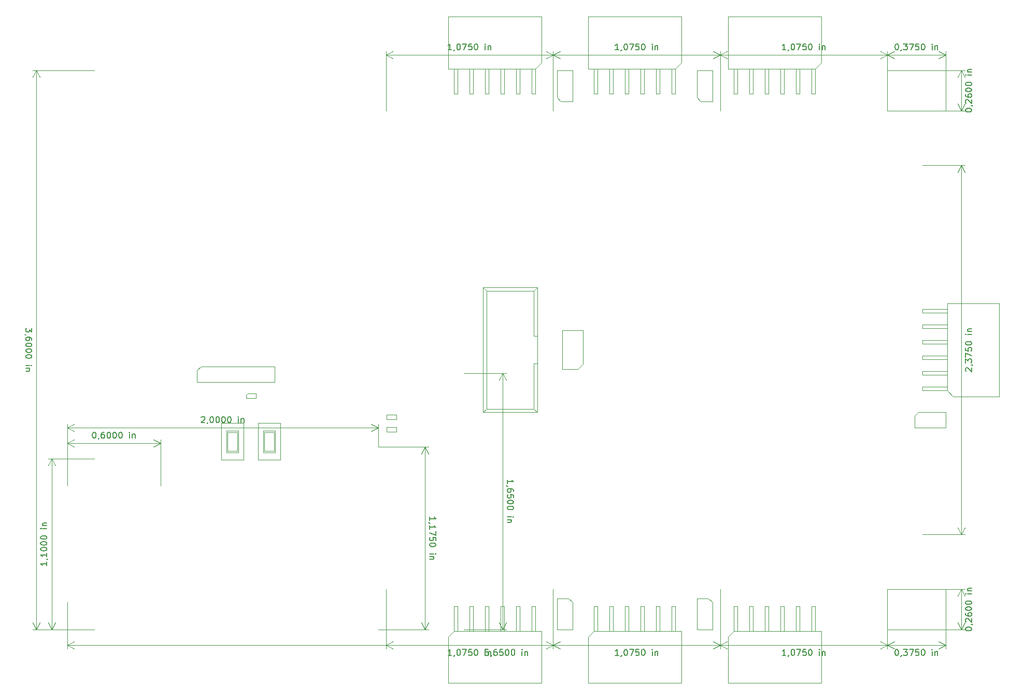
<source format=gbr>
%TF.GenerationSoftware,KiCad,Pcbnew,(5.99.0-2360-g1790c536e)*%
%TF.CreationDate,2020-08-29T16:18:38+02:00*%
%TF.ProjectId,chubby hat,63687562-6279-4206-9861-742e6b696361,rev?*%
%TF.SameCoordinates,Original*%
%TF.FileFunction,AssemblyDrawing,Top*%
%FSLAX46Y46*%
G04 Gerber Fmt 4.6, Leading zero omitted, Abs format (unit mm)*
G04 Created by KiCad (PCBNEW (5.99.0-2360-g1790c536e)) date 2020-08-29 16:18:38*
%MOMM*%
%LPD*%
G01*
G04 APERTURE LIST*
%ADD10C,0.150000*%
%ADD11C,0.100000*%
G04 APERTURE END LIST*
D10*
X198917619Y-103116428D02*
X198917619Y-102545000D01*
X198917619Y-102830714D02*
X199917619Y-102830714D01*
X199774761Y-102735476D01*
X199679523Y-102640238D01*
X199631904Y-102545000D01*
X198965238Y-103592619D02*
X198917619Y-103592619D01*
X198822380Y-103545000D01*
X198774761Y-103497380D01*
X199917619Y-104449761D02*
X199917619Y-104259285D01*
X199870000Y-104164047D01*
X199822380Y-104116428D01*
X199679523Y-104021190D01*
X199489047Y-103973571D01*
X199108095Y-103973571D01*
X199012857Y-104021190D01*
X198965238Y-104068809D01*
X198917619Y-104164047D01*
X198917619Y-104354523D01*
X198965238Y-104449761D01*
X199012857Y-104497380D01*
X199108095Y-104545000D01*
X199346190Y-104545000D01*
X199441428Y-104497380D01*
X199489047Y-104449761D01*
X199536666Y-104354523D01*
X199536666Y-104164047D01*
X199489047Y-104068809D01*
X199441428Y-104021190D01*
X199346190Y-103973571D01*
X199917619Y-105449761D02*
X199917619Y-104973571D01*
X199441428Y-104925952D01*
X199489047Y-104973571D01*
X199536666Y-105068809D01*
X199536666Y-105306904D01*
X199489047Y-105402142D01*
X199441428Y-105449761D01*
X199346190Y-105497380D01*
X199108095Y-105497380D01*
X199012857Y-105449761D01*
X198965238Y-105402142D01*
X198917619Y-105306904D01*
X198917619Y-105068809D01*
X198965238Y-104973571D01*
X199012857Y-104925952D01*
X199917619Y-106116428D02*
X199917619Y-106211666D01*
X199870000Y-106306904D01*
X199822380Y-106354523D01*
X199727142Y-106402142D01*
X199536666Y-106449761D01*
X199298571Y-106449761D01*
X199108095Y-106402142D01*
X199012857Y-106354523D01*
X198965238Y-106306904D01*
X198917619Y-106211666D01*
X198917619Y-106116428D01*
X198965238Y-106021190D01*
X199012857Y-105973571D01*
X199108095Y-105925952D01*
X199298571Y-105878333D01*
X199536666Y-105878333D01*
X199727142Y-105925952D01*
X199822380Y-105973571D01*
X199870000Y-106021190D01*
X199917619Y-106116428D01*
X199917619Y-107068809D02*
X199917619Y-107164047D01*
X199870000Y-107259285D01*
X199822380Y-107306904D01*
X199727142Y-107354523D01*
X199536666Y-107402142D01*
X199298571Y-107402142D01*
X199108095Y-107354523D01*
X199012857Y-107306904D01*
X198965238Y-107259285D01*
X198917619Y-107164047D01*
X198917619Y-107068809D01*
X198965238Y-106973571D01*
X199012857Y-106925952D01*
X199108095Y-106878333D01*
X199298571Y-106830714D01*
X199536666Y-106830714D01*
X199727142Y-106878333D01*
X199822380Y-106925952D01*
X199870000Y-106973571D01*
X199917619Y-107068809D01*
X198917619Y-108592619D02*
X199584285Y-108592619D01*
X199917619Y-108592619D02*
X199870000Y-108545000D01*
X199822380Y-108592619D01*
X199870000Y-108640238D01*
X199917619Y-108592619D01*
X199822380Y-108592619D01*
X199584285Y-109068809D02*
X198917619Y-109068809D01*
X199489047Y-109068809D02*
X199536666Y-109116428D01*
X199584285Y-109211666D01*
X199584285Y-109354523D01*
X199536666Y-109449761D01*
X199441428Y-109497380D01*
X198917619Y-109497380D01*
D11*
X198120000Y-85090000D02*
X198120000Y-127000000D01*
X191770000Y-85090000D02*
X198706421Y-85090000D01*
X191770000Y-127000000D02*
X198706421Y-127000000D01*
X198120000Y-127000000D02*
X197533579Y-125873496D01*
X198120000Y-127000000D02*
X198706421Y-125873496D01*
X198120000Y-85090000D02*
X197533579Y-86216504D01*
X198120000Y-85090000D02*
X198706421Y-86216504D01*
D10*
X148900000Y-92277620D02*
X148947619Y-92230001D01*
X149042857Y-92182381D01*
X149280952Y-92182381D01*
X149376190Y-92230001D01*
X149423809Y-92277620D01*
X149471428Y-92372858D01*
X149471428Y-92468096D01*
X149423809Y-92610953D01*
X148852380Y-93182381D01*
X149471428Y-93182381D01*
X149947619Y-93134762D02*
X149947619Y-93182381D01*
X149900000Y-93277620D01*
X149852380Y-93325239D01*
X150566666Y-92182381D02*
X150661904Y-92182381D01*
X150757142Y-92230001D01*
X150804761Y-92277620D01*
X150852380Y-92372858D01*
X150900000Y-92563334D01*
X150900000Y-92801429D01*
X150852380Y-92991905D01*
X150804761Y-93087143D01*
X150757142Y-93134762D01*
X150661904Y-93182381D01*
X150566666Y-93182381D01*
X150471428Y-93134762D01*
X150423809Y-93087143D01*
X150376190Y-92991905D01*
X150328571Y-92801429D01*
X150328571Y-92563334D01*
X150376190Y-92372858D01*
X150423809Y-92277620D01*
X150471428Y-92230001D01*
X150566666Y-92182381D01*
X151519047Y-92182381D02*
X151614285Y-92182381D01*
X151709523Y-92230001D01*
X151757142Y-92277620D01*
X151804761Y-92372858D01*
X151852380Y-92563334D01*
X151852380Y-92801429D01*
X151804761Y-92991905D01*
X151757142Y-93087143D01*
X151709523Y-93134762D01*
X151614285Y-93182381D01*
X151519047Y-93182381D01*
X151423809Y-93134762D01*
X151376190Y-93087143D01*
X151328571Y-92991905D01*
X151280952Y-92801429D01*
X151280952Y-92563334D01*
X151328571Y-92372858D01*
X151376190Y-92277620D01*
X151423809Y-92230001D01*
X151519047Y-92182381D01*
X152471428Y-92182381D02*
X152566666Y-92182381D01*
X152661904Y-92230001D01*
X152709523Y-92277620D01*
X152757142Y-92372858D01*
X152804761Y-92563334D01*
X152804761Y-92801429D01*
X152757142Y-92991905D01*
X152709523Y-93087143D01*
X152661904Y-93134762D01*
X152566666Y-93182381D01*
X152471428Y-93182381D01*
X152376190Y-93134762D01*
X152328571Y-93087143D01*
X152280952Y-92991905D01*
X152233333Y-92801429D01*
X152233333Y-92563334D01*
X152280952Y-92372858D01*
X152328571Y-92277620D01*
X152376190Y-92230001D01*
X152471428Y-92182381D01*
X153423809Y-92182381D02*
X153519047Y-92182381D01*
X153614285Y-92230001D01*
X153661904Y-92277620D01*
X153709523Y-92372858D01*
X153757142Y-92563334D01*
X153757142Y-92801429D01*
X153709523Y-92991905D01*
X153661904Y-93087143D01*
X153614285Y-93134762D01*
X153519047Y-93182381D01*
X153423809Y-93182381D01*
X153328571Y-93134762D01*
X153280952Y-93087143D01*
X153233333Y-92991905D01*
X153185714Y-92801429D01*
X153185714Y-92563334D01*
X153233333Y-92372858D01*
X153280952Y-92277620D01*
X153328571Y-92230001D01*
X153423809Y-92182381D01*
X154947619Y-93182381D02*
X154947619Y-92515715D01*
X154947619Y-92182381D02*
X154900000Y-92230001D01*
X154947619Y-92277620D01*
X154995238Y-92230001D01*
X154947619Y-92182381D01*
X154947619Y-92277620D01*
X155423809Y-92515715D02*
X155423809Y-93182381D01*
X155423809Y-92610953D02*
X155471428Y-92563334D01*
X155566666Y-92515715D01*
X155709523Y-92515715D01*
X155804761Y-92563334D01*
X155852380Y-92658572D01*
X155852380Y-93182381D01*
D11*
X177800000Y-93980001D02*
X127000000Y-93980001D01*
X177800000Y-97155000D02*
X177800000Y-93393580D01*
X127000000Y-97155000D02*
X127000000Y-93393580D01*
X127000000Y-93980001D02*
X128126504Y-93393580D01*
X127000000Y-93980001D02*
X128126504Y-94566422D01*
X177800000Y-93980001D02*
X176673496Y-93393580D01*
X177800000Y-93980001D02*
X176673496Y-94566422D01*
D10*
X186217619Y-109148928D02*
X186217619Y-108577500D01*
X186217619Y-108863214D02*
X187217619Y-108863214D01*
X187074761Y-108767976D01*
X186979523Y-108672738D01*
X186931904Y-108577500D01*
X186265238Y-109625119D02*
X186217619Y-109625119D01*
X186122380Y-109577500D01*
X186074761Y-109529880D01*
X186217619Y-110577500D02*
X186217619Y-110006071D01*
X186217619Y-110291785D02*
X187217619Y-110291785D01*
X187074761Y-110196547D01*
X186979523Y-110101309D01*
X186931904Y-110006071D01*
X187217619Y-110910833D02*
X187217619Y-111577500D01*
X186217619Y-111148928D01*
X187217619Y-112434642D02*
X187217619Y-111958452D01*
X186741428Y-111910833D01*
X186789047Y-111958452D01*
X186836666Y-112053690D01*
X186836666Y-112291785D01*
X186789047Y-112387023D01*
X186741428Y-112434642D01*
X186646190Y-112482261D01*
X186408095Y-112482261D01*
X186312857Y-112434642D01*
X186265238Y-112387023D01*
X186217619Y-112291785D01*
X186217619Y-112053690D01*
X186265238Y-111958452D01*
X186312857Y-111910833D01*
X187217619Y-113101309D02*
X187217619Y-113196547D01*
X187170000Y-113291785D01*
X187122380Y-113339404D01*
X187027142Y-113387023D01*
X186836666Y-113434642D01*
X186598571Y-113434642D01*
X186408095Y-113387023D01*
X186312857Y-113339404D01*
X186265238Y-113291785D01*
X186217619Y-113196547D01*
X186217619Y-113101309D01*
X186265238Y-113006071D01*
X186312857Y-112958452D01*
X186408095Y-112910833D01*
X186598571Y-112863214D01*
X186836666Y-112863214D01*
X187027142Y-112910833D01*
X187122380Y-112958452D01*
X187170000Y-113006071D01*
X187217619Y-113101309D01*
X186217619Y-114625119D02*
X186884285Y-114625119D01*
X187217619Y-114625119D02*
X187170000Y-114577500D01*
X187122380Y-114625119D01*
X187170000Y-114672738D01*
X187217619Y-114625119D01*
X187122380Y-114625119D01*
X186884285Y-115101309D02*
X186217619Y-115101309D01*
X186789047Y-115101309D02*
X186836666Y-115148928D01*
X186884285Y-115244166D01*
X186884285Y-115387023D01*
X186836666Y-115482261D01*
X186741428Y-115529880D01*
X186217619Y-115529880D01*
D11*
X185420000Y-97155000D02*
X185420000Y-127000000D01*
X177800000Y-97155000D02*
X186006421Y-97155000D01*
X177800000Y-127000000D02*
X186006421Y-127000000D01*
X185420000Y-127000000D02*
X184833579Y-125873496D01*
X185420000Y-127000000D02*
X186006421Y-125873496D01*
X185420000Y-97155000D02*
X184833579Y-98281504D01*
X185420000Y-97155000D02*
X186006421Y-98281504D01*
D10*
X273847619Y-84780000D02*
X273800000Y-84732380D01*
X273752380Y-84637142D01*
X273752380Y-84399047D01*
X273800000Y-84303809D01*
X273847619Y-84256190D01*
X273942857Y-84208571D01*
X274038095Y-84208571D01*
X274180952Y-84256190D01*
X274752380Y-84827619D01*
X274752380Y-84208571D01*
X274704761Y-83732380D02*
X274752380Y-83732380D01*
X274847619Y-83780000D01*
X274895238Y-83827619D01*
X273752380Y-83399047D02*
X273752380Y-82780000D01*
X274133333Y-83113333D01*
X274133333Y-82970476D01*
X274180952Y-82875238D01*
X274228571Y-82827619D01*
X274323809Y-82780000D01*
X274561904Y-82780000D01*
X274657142Y-82827619D01*
X274704761Y-82875238D01*
X274752380Y-82970476D01*
X274752380Y-83256190D01*
X274704761Y-83351428D01*
X274657142Y-83399047D01*
X273752380Y-82446666D02*
X273752380Y-81780000D01*
X274752380Y-82208571D01*
X273752380Y-80922857D02*
X273752380Y-81399047D01*
X274228571Y-81446666D01*
X274180952Y-81399047D01*
X274133333Y-81303809D01*
X274133333Y-81065714D01*
X274180952Y-80970476D01*
X274228571Y-80922857D01*
X274323809Y-80875238D01*
X274561904Y-80875238D01*
X274657142Y-80922857D01*
X274704761Y-80970476D01*
X274752380Y-81065714D01*
X274752380Y-81303809D01*
X274704761Y-81399047D01*
X274657142Y-81446666D01*
X273752380Y-80256190D02*
X273752380Y-80160952D01*
X273800000Y-80065714D01*
X273847619Y-80018095D01*
X273942857Y-79970476D01*
X274133333Y-79922857D01*
X274371428Y-79922857D01*
X274561904Y-79970476D01*
X274657142Y-80018095D01*
X274704761Y-80065714D01*
X274752380Y-80160952D01*
X274752380Y-80256190D01*
X274704761Y-80351428D01*
X274657142Y-80399047D01*
X274561904Y-80446666D01*
X274371428Y-80494285D01*
X274133333Y-80494285D01*
X273942857Y-80446666D01*
X273847619Y-80399047D01*
X273800000Y-80351428D01*
X273752380Y-80256190D01*
X274752380Y-78732380D02*
X274085714Y-78732380D01*
X273752380Y-78732380D02*
X273800000Y-78780000D01*
X273847619Y-78732380D01*
X273800000Y-78684761D01*
X273752380Y-78732380D01*
X273847619Y-78732380D01*
X274085714Y-78256190D02*
X274752380Y-78256190D01*
X274180952Y-78256190D02*
X274133333Y-78208571D01*
X274085714Y-78113333D01*
X274085714Y-77970476D01*
X274133333Y-77875238D01*
X274228571Y-77827619D01*
X274752380Y-77827619D01*
D11*
X273050000Y-111442500D02*
X273050000Y-51117500D01*
X266700000Y-111442500D02*
X273636421Y-111442500D01*
X266700000Y-51117500D02*
X273636421Y-51117500D01*
X273050000Y-51117500D02*
X273636421Y-52244004D01*
X273050000Y-51117500D02*
X272463579Y-52244004D01*
X273050000Y-111442500D02*
X273636421Y-110315996D01*
X273050000Y-111442500D02*
X272463579Y-110315996D01*
D10*
X131358095Y-94722380D02*
X131453333Y-94722380D01*
X131548571Y-94770000D01*
X131596190Y-94817619D01*
X131643809Y-94912857D01*
X131691428Y-95103333D01*
X131691428Y-95341428D01*
X131643809Y-95531904D01*
X131596190Y-95627142D01*
X131548571Y-95674761D01*
X131453333Y-95722380D01*
X131358095Y-95722380D01*
X131262857Y-95674761D01*
X131215238Y-95627142D01*
X131167619Y-95531904D01*
X131120000Y-95341428D01*
X131120000Y-95103333D01*
X131167619Y-94912857D01*
X131215238Y-94817619D01*
X131262857Y-94770000D01*
X131358095Y-94722380D01*
X132167619Y-95674761D02*
X132167619Y-95722380D01*
X132120000Y-95817619D01*
X132072380Y-95865238D01*
X133024761Y-94722380D02*
X132834285Y-94722380D01*
X132739047Y-94770000D01*
X132691428Y-94817619D01*
X132596190Y-94960476D01*
X132548571Y-95150952D01*
X132548571Y-95531904D01*
X132596190Y-95627142D01*
X132643809Y-95674761D01*
X132739047Y-95722380D01*
X132929523Y-95722380D01*
X133024761Y-95674761D01*
X133072380Y-95627142D01*
X133120000Y-95531904D01*
X133120000Y-95293809D01*
X133072380Y-95198571D01*
X133024761Y-95150952D01*
X132929523Y-95103333D01*
X132739047Y-95103333D01*
X132643809Y-95150952D01*
X132596190Y-95198571D01*
X132548571Y-95293809D01*
X133739047Y-94722380D02*
X133834285Y-94722380D01*
X133929523Y-94770000D01*
X133977142Y-94817619D01*
X134024761Y-94912857D01*
X134072380Y-95103333D01*
X134072380Y-95341428D01*
X134024761Y-95531904D01*
X133977142Y-95627142D01*
X133929523Y-95674761D01*
X133834285Y-95722380D01*
X133739047Y-95722380D01*
X133643809Y-95674761D01*
X133596190Y-95627142D01*
X133548571Y-95531904D01*
X133500952Y-95341428D01*
X133500952Y-95103333D01*
X133548571Y-94912857D01*
X133596190Y-94817619D01*
X133643809Y-94770000D01*
X133739047Y-94722380D01*
X134691428Y-94722380D02*
X134786666Y-94722380D01*
X134881904Y-94770000D01*
X134929523Y-94817619D01*
X134977142Y-94912857D01*
X135024761Y-95103333D01*
X135024761Y-95341428D01*
X134977142Y-95531904D01*
X134929523Y-95627142D01*
X134881904Y-95674761D01*
X134786666Y-95722380D01*
X134691428Y-95722380D01*
X134596190Y-95674761D01*
X134548571Y-95627142D01*
X134500952Y-95531904D01*
X134453333Y-95341428D01*
X134453333Y-95103333D01*
X134500952Y-94912857D01*
X134548571Y-94817619D01*
X134596190Y-94770000D01*
X134691428Y-94722380D01*
X135643809Y-94722380D02*
X135739047Y-94722380D01*
X135834285Y-94770000D01*
X135881904Y-94817619D01*
X135929523Y-94912857D01*
X135977142Y-95103333D01*
X135977142Y-95341428D01*
X135929523Y-95531904D01*
X135881904Y-95627142D01*
X135834285Y-95674761D01*
X135739047Y-95722380D01*
X135643809Y-95722380D01*
X135548571Y-95674761D01*
X135500952Y-95627142D01*
X135453333Y-95531904D01*
X135405714Y-95341428D01*
X135405714Y-95103333D01*
X135453333Y-94912857D01*
X135500952Y-94817619D01*
X135548571Y-94770000D01*
X135643809Y-94722380D01*
X137167619Y-95722380D02*
X137167619Y-95055714D01*
X137167619Y-94722380D02*
X137120000Y-94770000D01*
X137167619Y-94817619D01*
X137215238Y-94770000D01*
X137167619Y-94722380D01*
X137167619Y-94817619D01*
X137643809Y-95055714D02*
X137643809Y-95722380D01*
X137643809Y-95150952D02*
X137691428Y-95103333D01*
X137786666Y-95055714D01*
X137929523Y-95055714D01*
X138024761Y-95103333D01*
X138072380Y-95198571D01*
X138072380Y-95722380D01*
D11*
X127000000Y-96520000D02*
X142240000Y-96520000D01*
X127000000Y-103505000D02*
X127000000Y-95933579D01*
X142240000Y-103505000D02*
X142240000Y-95933579D01*
X142240000Y-96520000D02*
X141113496Y-97106421D01*
X142240000Y-96520000D02*
X141113496Y-95933579D01*
X127000000Y-96520000D02*
X128126504Y-97106421D01*
X127000000Y-96520000D02*
X128126504Y-95933579D01*
D10*
X123662380Y-115958571D02*
X123662380Y-116530000D01*
X123662380Y-116244285D02*
X122662380Y-116244285D01*
X122805238Y-116339523D01*
X122900476Y-116434761D01*
X122948095Y-116530000D01*
X123614761Y-115482380D02*
X123662380Y-115482380D01*
X123757619Y-115530000D01*
X123805238Y-115577619D01*
X123662380Y-114530000D02*
X123662380Y-115101428D01*
X123662380Y-114815714D02*
X122662380Y-114815714D01*
X122805238Y-114910952D01*
X122900476Y-115006190D01*
X122948095Y-115101428D01*
X122662380Y-113910952D02*
X122662380Y-113815714D01*
X122710000Y-113720476D01*
X122757619Y-113672857D01*
X122852857Y-113625238D01*
X123043333Y-113577619D01*
X123281428Y-113577619D01*
X123471904Y-113625238D01*
X123567142Y-113672857D01*
X123614761Y-113720476D01*
X123662380Y-113815714D01*
X123662380Y-113910952D01*
X123614761Y-114006190D01*
X123567142Y-114053809D01*
X123471904Y-114101428D01*
X123281428Y-114149047D01*
X123043333Y-114149047D01*
X122852857Y-114101428D01*
X122757619Y-114053809D01*
X122710000Y-114006190D01*
X122662380Y-113910952D01*
X122662380Y-112958571D02*
X122662380Y-112863333D01*
X122710000Y-112768095D01*
X122757619Y-112720476D01*
X122852857Y-112672857D01*
X123043333Y-112625238D01*
X123281428Y-112625238D01*
X123471904Y-112672857D01*
X123567142Y-112720476D01*
X123614761Y-112768095D01*
X123662380Y-112863333D01*
X123662380Y-112958571D01*
X123614761Y-113053809D01*
X123567142Y-113101428D01*
X123471904Y-113149047D01*
X123281428Y-113196666D01*
X123043333Y-113196666D01*
X122852857Y-113149047D01*
X122757619Y-113101428D01*
X122710000Y-113053809D01*
X122662380Y-112958571D01*
X122662380Y-112006190D02*
X122662380Y-111910952D01*
X122710000Y-111815714D01*
X122757619Y-111768095D01*
X122852857Y-111720476D01*
X123043333Y-111672857D01*
X123281428Y-111672857D01*
X123471904Y-111720476D01*
X123567142Y-111768095D01*
X123614761Y-111815714D01*
X123662380Y-111910952D01*
X123662380Y-112006190D01*
X123614761Y-112101428D01*
X123567142Y-112149047D01*
X123471904Y-112196666D01*
X123281428Y-112244285D01*
X123043333Y-112244285D01*
X122852857Y-112196666D01*
X122757619Y-112149047D01*
X122710000Y-112101428D01*
X122662380Y-112006190D01*
X123662380Y-110482380D02*
X122995714Y-110482380D01*
X122662380Y-110482380D02*
X122710000Y-110530000D01*
X122757619Y-110482380D01*
X122710000Y-110434761D01*
X122662380Y-110482380D01*
X122757619Y-110482380D01*
X122995714Y-110006190D02*
X123662380Y-110006190D01*
X123090952Y-110006190D02*
X123043333Y-109958571D01*
X122995714Y-109863333D01*
X122995714Y-109720476D01*
X123043333Y-109625238D01*
X123138571Y-109577619D01*
X123662380Y-109577619D01*
D11*
X124460000Y-127000000D02*
X124460000Y-99060000D01*
X131445000Y-127000000D02*
X123873579Y-127000000D01*
X131445000Y-99060000D02*
X123873579Y-99060000D01*
X124460000Y-99060000D02*
X125046421Y-100186504D01*
X124460000Y-99060000D02*
X123873579Y-100186504D01*
X124460000Y-127000000D02*
X125046421Y-125873496D01*
X124460000Y-127000000D02*
X123873579Y-125873496D01*
D10*
X217098928Y-131242380D02*
X216527500Y-131242380D01*
X216813214Y-131242380D02*
X216813214Y-130242380D01*
X216717976Y-130385238D01*
X216622738Y-130480476D01*
X216527500Y-130528095D01*
X217575119Y-131194761D02*
X217575119Y-131242380D01*
X217527500Y-131337619D01*
X217479880Y-131385238D01*
X218194166Y-130242380D02*
X218289404Y-130242380D01*
X218384642Y-130290000D01*
X218432261Y-130337619D01*
X218479880Y-130432857D01*
X218527500Y-130623333D01*
X218527500Y-130861428D01*
X218479880Y-131051904D01*
X218432261Y-131147142D01*
X218384642Y-131194761D01*
X218289404Y-131242380D01*
X218194166Y-131242380D01*
X218098928Y-131194761D01*
X218051309Y-131147142D01*
X218003690Y-131051904D01*
X217956071Y-130861428D01*
X217956071Y-130623333D01*
X218003690Y-130432857D01*
X218051309Y-130337619D01*
X218098928Y-130290000D01*
X218194166Y-130242380D01*
X218860833Y-130242380D02*
X219527500Y-130242380D01*
X219098928Y-131242380D01*
X220384642Y-130242380D02*
X219908452Y-130242380D01*
X219860833Y-130718571D01*
X219908452Y-130670952D01*
X220003690Y-130623333D01*
X220241785Y-130623333D01*
X220337023Y-130670952D01*
X220384642Y-130718571D01*
X220432261Y-130813809D01*
X220432261Y-131051904D01*
X220384642Y-131147142D01*
X220337023Y-131194761D01*
X220241785Y-131242380D01*
X220003690Y-131242380D01*
X219908452Y-131194761D01*
X219860833Y-131147142D01*
X221051309Y-130242380D02*
X221146547Y-130242380D01*
X221241785Y-130290000D01*
X221289404Y-130337619D01*
X221337023Y-130432857D01*
X221384642Y-130623333D01*
X221384642Y-130861428D01*
X221337023Y-131051904D01*
X221289404Y-131147142D01*
X221241785Y-131194761D01*
X221146547Y-131242380D01*
X221051309Y-131242380D01*
X220956071Y-131194761D01*
X220908452Y-131147142D01*
X220860833Y-131051904D01*
X220813214Y-130861428D01*
X220813214Y-130623333D01*
X220860833Y-130432857D01*
X220908452Y-130337619D01*
X220956071Y-130290000D01*
X221051309Y-130242380D01*
X222575119Y-131242380D02*
X222575119Y-130575714D01*
X222575119Y-130242380D02*
X222527500Y-130290000D01*
X222575119Y-130337619D01*
X222622738Y-130290000D01*
X222575119Y-130242380D01*
X222575119Y-130337619D01*
X223051309Y-130575714D02*
X223051309Y-131242380D01*
X223051309Y-130670952D02*
X223098928Y-130623333D01*
X223194166Y-130575714D01*
X223337023Y-130575714D01*
X223432261Y-130623333D01*
X223479880Y-130718571D01*
X223479880Y-131242380D01*
D11*
X206375000Y-129540000D02*
X233680000Y-129540000D01*
X206375000Y-120396000D02*
X206375000Y-130126421D01*
X233680000Y-120396000D02*
X233680000Y-130126421D01*
X233680000Y-129540000D02*
X232553496Y-130126421D01*
X233680000Y-129540000D02*
X232553496Y-128953579D01*
X206375000Y-129540000D02*
X207501504Y-130126421D01*
X206375000Y-129540000D02*
X207501504Y-128953579D01*
D10*
X244403928Y-131242380D02*
X243832500Y-131242380D01*
X244118214Y-131242380D02*
X244118214Y-130242380D01*
X244022976Y-130385238D01*
X243927738Y-130480476D01*
X243832500Y-130528095D01*
X244880119Y-131194761D02*
X244880119Y-131242380D01*
X244832500Y-131337619D01*
X244784880Y-131385238D01*
X245499166Y-130242380D02*
X245594404Y-130242380D01*
X245689642Y-130290000D01*
X245737261Y-130337619D01*
X245784880Y-130432857D01*
X245832500Y-130623333D01*
X245832500Y-130861428D01*
X245784880Y-131051904D01*
X245737261Y-131147142D01*
X245689642Y-131194761D01*
X245594404Y-131242380D01*
X245499166Y-131242380D01*
X245403928Y-131194761D01*
X245356309Y-131147142D01*
X245308690Y-131051904D01*
X245261071Y-130861428D01*
X245261071Y-130623333D01*
X245308690Y-130432857D01*
X245356309Y-130337619D01*
X245403928Y-130290000D01*
X245499166Y-130242380D01*
X246165833Y-130242380D02*
X246832500Y-130242380D01*
X246403928Y-131242380D01*
X247689642Y-130242380D02*
X247213452Y-130242380D01*
X247165833Y-130718571D01*
X247213452Y-130670952D01*
X247308690Y-130623333D01*
X247546785Y-130623333D01*
X247642023Y-130670952D01*
X247689642Y-130718571D01*
X247737261Y-130813809D01*
X247737261Y-131051904D01*
X247689642Y-131147142D01*
X247642023Y-131194761D01*
X247546785Y-131242380D01*
X247308690Y-131242380D01*
X247213452Y-131194761D01*
X247165833Y-131147142D01*
X248356309Y-130242380D02*
X248451547Y-130242380D01*
X248546785Y-130290000D01*
X248594404Y-130337619D01*
X248642023Y-130432857D01*
X248689642Y-130623333D01*
X248689642Y-130861428D01*
X248642023Y-131051904D01*
X248594404Y-131147142D01*
X248546785Y-131194761D01*
X248451547Y-131242380D01*
X248356309Y-131242380D01*
X248261071Y-131194761D01*
X248213452Y-131147142D01*
X248165833Y-131051904D01*
X248118214Y-130861428D01*
X248118214Y-130623333D01*
X248165833Y-130432857D01*
X248213452Y-130337619D01*
X248261071Y-130290000D01*
X248356309Y-130242380D01*
X249880119Y-131242380D02*
X249880119Y-130575714D01*
X249880119Y-130242380D02*
X249832500Y-130290000D01*
X249880119Y-130337619D01*
X249927738Y-130290000D01*
X249880119Y-130242380D01*
X249880119Y-130337619D01*
X250356309Y-130575714D02*
X250356309Y-131242380D01*
X250356309Y-130670952D02*
X250403928Y-130623333D01*
X250499166Y-130575714D01*
X250642023Y-130575714D01*
X250737261Y-130623333D01*
X250784880Y-130718571D01*
X250784880Y-131242380D01*
D11*
X233680000Y-129540000D02*
X260985000Y-129540000D01*
X233680000Y-120396000D02*
X233680000Y-130126421D01*
X260985000Y-120396000D02*
X260985000Y-130126421D01*
X260985000Y-129540000D02*
X259858496Y-130126421D01*
X260985000Y-129540000D02*
X259858496Y-128953579D01*
X233680000Y-129540000D02*
X234806504Y-130126421D01*
X233680000Y-129540000D02*
X234806504Y-128953579D01*
D10*
X189793928Y-131242380D02*
X189222500Y-131242380D01*
X189508214Y-131242380D02*
X189508214Y-130242380D01*
X189412976Y-130385238D01*
X189317738Y-130480476D01*
X189222500Y-130528095D01*
X190270119Y-131194761D02*
X190270119Y-131242380D01*
X190222500Y-131337619D01*
X190174880Y-131385238D01*
X190889166Y-130242380D02*
X190984404Y-130242380D01*
X191079642Y-130290000D01*
X191127261Y-130337619D01*
X191174880Y-130432857D01*
X191222500Y-130623333D01*
X191222500Y-130861428D01*
X191174880Y-131051904D01*
X191127261Y-131147142D01*
X191079642Y-131194761D01*
X190984404Y-131242380D01*
X190889166Y-131242380D01*
X190793928Y-131194761D01*
X190746309Y-131147142D01*
X190698690Y-131051904D01*
X190651071Y-130861428D01*
X190651071Y-130623333D01*
X190698690Y-130432857D01*
X190746309Y-130337619D01*
X190793928Y-130290000D01*
X190889166Y-130242380D01*
X191555833Y-130242380D02*
X192222500Y-130242380D01*
X191793928Y-131242380D01*
X193079642Y-130242380D02*
X192603452Y-130242380D01*
X192555833Y-130718571D01*
X192603452Y-130670952D01*
X192698690Y-130623333D01*
X192936785Y-130623333D01*
X193032023Y-130670952D01*
X193079642Y-130718571D01*
X193127261Y-130813809D01*
X193127261Y-131051904D01*
X193079642Y-131147142D01*
X193032023Y-131194761D01*
X192936785Y-131242380D01*
X192698690Y-131242380D01*
X192603452Y-131194761D01*
X192555833Y-131147142D01*
X193746309Y-130242380D02*
X193841547Y-130242380D01*
X193936785Y-130290000D01*
X193984404Y-130337619D01*
X194032023Y-130432857D01*
X194079642Y-130623333D01*
X194079642Y-130861428D01*
X194032023Y-131051904D01*
X193984404Y-131147142D01*
X193936785Y-131194761D01*
X193841547Y-131242380D01*
X193746309Y-131242380D01*
X193651071Y-131194761D01*
X193603452Y-131147142D01*
X193555833Y-131051904D01*
X193508214Y-130861428D01*
X193508214Y-130623333D01*
X193555833Y-130432857D01*
X193603452Y-130337619D01*
X193651071Y-130290000D01*
X193746309Y-130242380D01*
X195270119Y-131242380D02*
X195270119Y-130575714D01*
X195270119Y-130242380D02*
X195222500Y-130290000D01*
X195270119Y-130337619D01*
X195317738Y-130290000D01*
X195270119Y-130242380D01*
X195270119Y-130337619D01*
X195746309Y-130575714D02*
X195746309Y-131242380D01*
X195746309Y-130670952D02*
X195793928Y-130623333D01*
X195889166Y-130575714D01*
X196032023Y-130575714D01*
X196127261Y-130623333D01*
X196174880Y-130718571D01*
X196174880Y-131242380D01*
D11*
X179070000Y-129540000D02*
X206375000Y-129540000D01*
X179070000Y-120396000D02*
X179070000Y-130126421D01*
X206375000Y-120396000D02*
X206375000Y-130126421D01*
X206375000Y-129540000D02*
X205248496Y-130126421D01*
X206375000Y-129540000D02*
X205248496Y-128953579D01*
X179070000Y-129540000D02*
X180196504Y-130126421D01*
X179070000Y-129540000D02*
X180196504Y-128953579D01*
D10*
X262485595Y-130242380D02*
X262580833Y-130242380D01*
X262676071Y-130290000D01*
X262723690Y-130337619D01*
X262771309Y-130432857D01*
X262818928Y-130623333D01*
X262818928Y-130861428D01*
X262771309Y-131051904D01*
X262723690Y-131147142D01*
X262676071Y-131194761D01*
X262580833Y-131242380D01*
X262485595Y-131242380D01*
X262390357Y-131194761D01*
X262342738Y-131147142D01*
X262295119Y-131051904D01*
X262247500Y-130861428D01*
X262247500Y-130623333D01*
X262295119Y-130432857D01*
X262342738Y-130337619D01*
X262390357Y-130290000D01*
X262485595Y-130242380D01*
X263295119Y-131194761D02*
X263295119Y-131242380D01*
X263247500Y-131337619D01*
X263199880Y-131385238D01*
X263628452Y-130242380D02*
X264247500Y-130242380D01*
X263914166Y-130623333D01*
X264057023Y-130623333D01*
X264152261Y-130670952D01*
X264199880Y-130718571D01*
X264247500Y-130813809D01*
X264247500Y-131051904D01*
X264199880Y-131147142D01*
X264152261Y-131194761D01*
X264057023Y-131242380D01*
X263771309Y-131242380D01*
X263676071Y-131194761D01*
X263628452Y-131147142D01*
X264580833Y-130242380D02*
X265247500Y-130242380D01*
X264818928Y-131242380D01*
X266104642Y-130242380D02*
X265628452Y-130242380D01*
X265580833Y-130718571D01*
X265628452Y-130670952D01*
X265723690Y-130623333D01*
X265961785Y-130623333D01*
X266057023Y-130670952D01*
X266104642Y-130718571D01*
X266152261Y-130813809D01*
X266152261Y-131051904D01*
X266104642Y-131147142D01*
X266057023Y-131194761D01*
X265961785Y-131242380D01*
X265723690Y-131242380D01*
X265628452Y-131194761D01*
X265580833Y-131147142D01*
X266771309Y-130242380D02*
X266866547Y-130242380D01*
X266961785Y-130290000D01*
X267009404Y-130337619D01*
X267057023Y-130432857D01*
X267104642Y-130623333D01*
X267104642Y-130861428D01*
X267057023Y-131051904D01*
X267009404Y-131147142D01*
X266961785Y-131194761D01*
X266866547Y-131242380D01*
X266771309Y-131242380D01*
X266676071Y-131194761D01*
X266628452Y-131147142D01*
X266580833Y-131051904D01*
X266533214Y-130861428D01*
X266533214Y-130623333D01*
X266580833Y-130432857D01*
X266628452Y-130337619D01*
X266676071Y-130290000D01*
X266771309Y-130242380D01*
X268295119Y-131242380D02*
X268295119Y-130575714D01*
X268295119Y-130242380D02*
X268247500Y-130290000D01*
X268295119Y-130337619D01*
X268342738Y-130290000D01*
X268295119Y-130242380D01*
X268295119Y-130337619D01*
X268771309Y-130575714D02*
X268771309Y-131242380D01*
X268771309Y-130670952D02*
X268818928Y-130623333D01*
X268914166Y-130575714D01*
X269057023Y-130575714D01*
X269152261Y-130623333D01*
X269199880Y-130718571D01*
X269199880Y-131242380D01*
D11*
X270510000Y-129540000D02*
X260985000Y-129540000D01*
X270510000Y-120396000D02*
X270510000Y-130126421D01*
X260985000Y-120396000D02*
X260985000Y-130126421D01*
X260985000Y-129540000D02*
X262111504Y-128953579D01*
X260985000Y-129540000D02*
X262111504Y-130126421D01*
X270510000Y-129540000D02*
X269383496Y-128953579D01*
X270510000Y-129540000D02*
X269383496Y-130126421D01*
D10*
X273752380Y-126959904D02*
X273752380Y-126864666D01*
X273800000Y-126769428D01*
X273847619Y-126721809D01*
X273942857Y-126674190D01*
X274133333Y-126626571D01*
X274371428Y-126626571D01*
X274561904Y-126674190D01*
X274657142Y-126721809D01*
X274704761Y-126769428D01*
X274752380Y-126864666D01*
X274752380Y-126959904D01*
X274704761Y-127055142D01*
X274657142Y-127102761D01*
X274561904Y-127150380D01*
X274371428Y-127198000D01*
X274133333Y-127198000D01*
X273942857Y-127150380D01*
X273847619Y-127102761D01*
X273800000Y-127055142D01*
X273752380Y-126959904D01*
X274704761Y-126150380D02*
X274752380Y-126150380D01*
X274847619Y-126198000D01*
X274895238Y-126245619D01*
X273847619Y-125769428D02*
X273800000Y-125721809D01*
X273752380Y-125626571D01*
X273752380Y-125388476D01*
X273800000Y-125293238D01*
X273847619Y-125245619D01*
X273942857Y-125198000D01*
X274038095Y-125198000D01*
X274180952Y-125245619D01*
X274752380Y-125817047D01*
X274752380Y-125198000D01*
X273752380Y-124340857D02*
X273752380Y-124531333D01*
X273800000Y-124626571D01*
X273847619Y-124674190D01*
X273990476Y-124769428D01*
X274180952Y-124817047D01*
X274561904Y-124817047D01*
X274657142Y-124769428D01*
X274704761Y-124721809D01*
X274752380Y-124626571D01*
X274752380Y-124436095D01*
X274704761Y-124340857D01*
X274657142Y-124293238D01*
X274561904Y-124245619D01*
X274323809Y-124245619D01*
X274228571Y-124293238D01*
X274180952Y-124340857D01*
X274133333Y-124436095D01*
X274133333Y-124626571D01*
X274180952Y-124721809D01*
X274228571Y-124769428D01*
X274323809Y-124817047D01*
X273752380Y-123626571D02*
X273752380Y-123531333D01*
X273800000Y-123436095D01*
X273847619Y-123388476D01*
X273942857Y-123340857D01*
X274133333Y-123293238D01*
X274371428Y-123293238D01*
X274561904Y-123340857D01*
X274657142Y-123388476D01*
X274704761Y-123436095D01*
X274752380Y-123531333D01*
X274752380Y-123626571D01*
X274704761Y-123721809D01*
X274657142Y-123769428D01*
X274561904Y-123817047D01*
X274371428Y-123864666D01*
X274133333Y-123864666D01*
X273942857Y-123817047D01*
X273847619Y-123769428D01*
X273800000Y-123721809D01*
X273752380Y-123626571D01*
X273752380Y-122674190D02*
X273752380Y-122578952D01*
X273800000Y-122483714D01*
X273847619Y-122436095D01*
X273942857Y-122388476D01*
X274133333Y-122340857D01*
X274371428Y-122340857D01*
X274561904Y-122388476D01*
X274657142Y-122436095D01*
X274704761Y-122483714D01*
X274752380Y-122578952D01*
X274752380Y-122674190D01*
X274704761Y-122769428D01*
X274657142Y-122817047D01*
X274561904Y-122864666D01*
X274371428Y-122912285D01*
X274133333Y-122912285D01*
X273942857Y-122864666D01*
X273847619Y-122817047D01*
X273800000Y-122769428D01*
X273752380Y-122674190D01*
X274752380Y-121150380D02*
X274085714Y-121150380D01*
X273752380Y-121150380D02*
X273800000Y-121198000D01*
X273847619Y-121150380D01*
X273800000Y-121102761D01*
X273752380Y-121150380D01*
X273847619Y-121150380D01*
X274085714Y-120674190D02*
X274752380Y-120674190D01*
X274180952Y-120674190D02*
X274133333Y-120626571D01*
X274085714Y-120531333D01*
X274085714Y-120388476D01*
X274133333Y-120293238D01*
X274228571Y-120245619D01*
X274752380Y-120245619D01*
D11*
X273050000Y-127000000D02*
X273050000Y-120396000D01*
X260985000Y-127000000D02*
X273636421Y-127000000D01*
X260985000Y-120396000D02*
X273636421Y-120396000D01*
X273050000Y-120396000D02*
X273636421Y-121522504D01*
X273050000Y-120396000D02*
X272463579Y-121522504D01*
X273050000Y-127000000D02*
X273636421Y-125873496D01*
X273050000Y-127000000D02*
X272463579Y-125873496D01*
D10*
X189793928Y-32222380D02*
X189222500Y-32222380D01*
X189508214Y-32222380D02*
X189508214Y-31222380D01*
X189412976Y-31365238D01*
X189317738Y-31460476D01*
X189222500Y-31508095D01*
X190270119Y-32174761D02*
X190270119Y-32222380D01*
X190222500Y-32317619D01*
X190174880Y-32365238D01*
X190889166Y-31222380D02*
X190984404Y-31222380D01*
X191079642Y-31270000D01*
X191127261Y-31317619D01*
X191174880Y-31412857D01*
X191222500Y-31603333D01*
X191222500Y-31841428D01*
X191174880Y-32031904D01*
X191127261Y-32127142D01*
X191079642Y-32174761D01*
X190984404Y-32222380D01*
X190889166Y-32222380D01*
X190793928Y-32174761D01*
X190746309Y-32127142D01*
X190698690Y-32031904D01*
X190651071Y-31841428D01*
X190651071Y-31603333D01*
X190698690Y-31412857D01*
X190746309Y-31317619D01*
X190793928Y-31270000D01*
X190889166Y-31222380D01*
X191555833Y-31222380D02*
X192222500Y-31222380D01*
X191793928Y-32222380D01*
X193079642Y-31222380D02*
X192603452Y-31222380D01*
X192555833Y-31698571D01*
X192603452Y-31650952D01*
X192698690Y-31603333D01*
X192936785Y-31603333D01*
X193032023Y-31650952D01*
X193079642Y-31698571D01*
X193127261Y-31793809D01*
X193127261Y-32031904D01*
X193079642Y-32127142D01*
X193032023Y-32174761D01*
X192936785Y-32222380D01*
X192698690Y-32222380D01*
X192603452Y-32174761D01*
X192555833Y-32127142D01*
X193746309Y-31222380D02*
X193841547Y-31222380D01*
X193936785Y-31270000D01*
X193984404Y-31317619D01*
X194032023Y-31412857D01*
X194079642Y-31603333D01*
X194079642Y-31841428D01*
X194032023Y-32031904D01*
X193984404Y-32127142D01*
X193936785Y-32174761D01*
X193841547Y-32222380D01*
X193746309Y-32222380D01*
X193651071Y-32174761D01*
X193603452Y-32127142D01*
X193555833Y-32031904D01*
X193508214Y-31841428D01*
X193508214Y-31603333D01*
X193555833Y-31412857D01*
X193603452Y-31317619D01*
X193651071Y-31270000D01*
X193746309Y-31222380D01*
X195270119Y-32222380D02*
X195270119Y-31555714D01*
X195270119Y-31222380D02*
X195222500Y-31270000D01*
X195270119Y-31317619D01*
X195317738Y-31270000D01*
X195270119Y-31222380D01*
X195270119Y-31317619D01*
X195746309Y-31555714D02*
X195746309Y-32222380D01*
X195746309Y-31650952D02*
X195793928Y-31603333D01*
X195889166Y-31555714D01*
X196032023Y-31555714D01*
X196127261Y-31603333D01*
X196174880Y-31698571D01*
X196174880Y-32222380D01*
D11*
X206375000Y-33020000D02*
X179070000Y-33020000D01*
X206375000Y-42164000D02*
X206375000Y-32433579D01*
X179070000Y-42164000D02*
X179070000Y-32433579D01*
X179070000Y-33020000D02*
X180196504Y-32433579D01*
X179070000Y-33020000D02*
X180196504Y-33606421D01*
X206375000Y-33020000D02*
X205248496Y-32433579D01*
X206375000Y-33020000D02*
X205248496Y-33606421D01*
D10*
X217098928Y-32222380D02*
X216527500Y-32222380D01*
X216813214Y-32222380D02*
X216813214Y-31222380D01*
X216717976Y-31365238D01*
X216622738Y-31460476D01*
X216527500Y-31508095D01*
X217575119Y-32174761D02*
X217575119Y-32222380D01*
X217527500Y-32317619D01*
X217479880Y-32365238D01*
X218194166Y-31222380D02*
X218289404Y-31222380D01*
X218384642Y-31270000D01*
X218432261Y-31317619D01*
X218479880Y-31412857D01*
X218527500Y-31603333D01*
X218527500Y-31841428D01*
X218479880Y-32031904D01*
X218432261Y-32127142D01*
X218384642Y-32174761D01*
X218289404Y-32222380D01*
X218194166Y-32222380D01*
X218098928Y-32174761D01*
X218051309Y-32127142D01*
X218003690Y-32031904D01*
X217956071Y-31841428D01*
X217956071Y-31603333D01*
X218003690Y-31412857D01*
X218051309Y-31317619D01*
X218098928Y-31270000D01*
X218194166Y-31222380D01*
X218860833Y-31222380D02*
X219527500Y-31222380D01*
X219098928Y-32222380D01*
X220384642Y-31222380D02*
X219908452Y-31222380D01*
X219860833Y-31698571D01*
X219908452Y-31650952D01*
X220003690Y-31603333D01*
X220241785Y-31603333D01*
X220337023Y-31650952D01*
X220384642Y-31698571D01*
X220432261Y-31793809D01*
X220432261Y-32031904D01*
X220384642Y-32127142D01*
X220337023Y-32174761D01*
X220241785Y-32222380D01*
X220003690Y-32222380D01*
X219908452Y-32174761D01*
X219860833Y-32127142D01*
X221051309Y-31222380D02*
X221146547Y-31222380D01*
X221241785Y-31270000D01*
X221289404Y-31317619D01*
X221337023Y-31412857D01*
X221384642Y-31603333D01*
X221384642Y-31841428D01*
X221337023Y-32031904D01*
X221289404Y-32127142D01*
X221241785Y-32174761D01*
X221146547Y-32222380D01*
X221051309Y-32222380D01*
X220956071Y-32174761D01*
X220908452Y-32127142D01*
X220860833Y-32031904D01*
X220813214Y-31841428D01*
X220813214Y-31603333D01*
X220860833Y-31412857D01*
X220908452Y-31317619D01*
X220956071Y-31270000D01*
X221051309Y-31222380D01*
X222575119Y-32222380D02*
X222575119Y-31555714D01*
X222575119Y-31222380D02*
X222527500Y-31270000D01*
X222575119Y-31317619D01*
X222622738Y-31270000D01*
X222575119Y-31222380D01*
X222575119Y-31317619D01*
X223051309Y-31555714D02*
X223051309Y-32222380D01*
X223051309Y-31650952D02*
X223098928Y-31603333D01*
X223194166Y-31555714D01*
X223337023Y-31555714D01*
X223432261Y-31603333D01*
X223479880Y-31698571D01*
X223479880Y-32222380D01*
D11*
X233680000Y-33020000D02*
X206375000Y-33020000D01*
X233680000Y-42164000D02*
X233680000Y-32433579D01*
X206375000Y-42164000D02*
X206375000Y-32433579D01*
X206375000Y-33020000D02*
X207501504Y-32433579D01*
X206375000Y-33020000D02*
X207501504Y-33606421D01*
X233680000Y-33020000D02*
X232553496Y-32433579D01*
X233680000Y-33020000D02*
X232553496Y-33606421D01*
D10*
X244403928Y-32222380D02*
X243832500Y-32222380D01*
X244118214Y-32222380D02*
X244118214Y-31222380D01*
X244022976Y-31365238D01*
X243927738Y-31460476D01*
X243832500Y-31508095D01*
X244880119Y-32174761D02*
X244880119Y-32222380D01*
X244832500Y-32317619D01*
X244784880Y-32365238D01*
X245499166Y-31222380D02*
X245594404Y-31222380D01*
X245689642Y-31270000D01*
X245737261Y-31317619D01*
X245784880Y-31412857D01*
X245832500Y-31603333D01*
X245832500Y-31841428D01*
X245784880Y-32031904D01*
X245737261Y-32127142D01*
X245689642Y-32174761D01*
X245594404Y-32222380D01*
X245499166Y-32222380D01*
X245403928Y-32174761D01*
X245356309Y-32127142D01*
X245308690Y-32031904D01*
X245261071Y-31841428D01*
X245261071Y-31603333D01*
X245308690Y-31412857D01*
X245356309Y-31317619D01*
X245403928Y-31270000D01*
X245499166Y-31222380D01*
X246165833Y-31222380D02*
X246832500Y-31222380D01*
X246403928Y-32222380D01*
X247689642Y-31222380D02*
X247213452Y-31222380D01*
X247165833Y-31698571D01*
X247213452Y-31650952D01*
X247308690Y-31603333D01*
X247546785Y-31603333D01*
X247642023Y-31650952D01*
X247689642Y-31698571D01*
X247737261Y-31793809D01*
X247737261Y-32031904D01*
X247689642Y-32127142D01*
X247642023Y-32174761D01*
X247546785Y-32222380D01*
X247308690Y-32222380D01*
X247213452Y-32174761D01*
X247165833Y-32127142D01*
X248356309Y-31222380D02*
X248451547Y-31222380D01*
X248546785Y-31270000D01*
X248594404Y-31317619D01*
X248642023Y-31412857D01*
X248689642Y-31603333D01*
X248689642Y-31841428D01*
X248642023Y-32031904D01*
X248594404Y-32127142D01*
X248546785Y-32174761D01*
X248451547Y-32222380D01*
X248356309Y-32222380D01*
X248261071Y-32174761D01*
X248213452Y-32127142D01*
X248165833Y-32031904D01*
X248118214Y-31841428D01*
X248118214Y-31603333D01*
X248165833Y-31412857D01*
X248213452Y-31317619D01*
X248261071Y-31270000D01*
X248356309Y-31222380D01*
X249880119Y-32222380D02*
X249880119Y-31555714D01*
X249880119Y-31222380D02*
X249832500Y-31270000D01*
X249880119Y-31317619D01*
X249927738Y-31270000D01*
X249880119Y-31222380D01*
X249880119Y-31317619D01*
X250356309Y-31555714D02*
X250356309Y-32222380D01*
X250356309Y-31650952D02*
X250403928Y-31603333D01*
X250499166Y-31555714D01*
X250642023Y-31555714D01*
X250737261Y-31603333D01*
X250784880Y-31698571D01*
X250784880Y-32222380D01*
D11*
X260985000Y-33020000D02*
X233680000Y-33020000D01*
X260985000Y-42164000D02*
X260985000Y-32433579D01*
X233680000Y-42164000D02*
X233680000Y-32433579D01*
X233680000Y-33020000D02*
X234806504Y-32433579D01*
X233680000Y-33020000D02*
X234806504Y-33606421D01*
X260985000Y-33020000D02*
X259858496Y-32433579D01*
X260985000Y-33020000D02*
X259858496Y-33606421D01*
D10*
X273752380Y-42123904D02*
X273752380Y-42028666D01*
X273800000Y-41933428D01*
X273847619Y-41885809D01*
X273942857Y-41838190D01*
X274133333Y-41790571D01*
X274371428Y-41790571D01*
X274561904Y-41838190D01*
X274657142Y-41885809D01*
X274704761Y-41933428D01*
X274752380Y-42028666D01*
X274752380Y-42123904D01*
X274704761Y-42219142D01*
X274657142Y-42266761D01*
X274561904Y-42314380D01*
X274371428Y-42362000D01*
X274133333Y-42362000D01*
X273942857Y-42314380D01*
X273847619Y-42266761D01*
X273800000Y-42219142D01*
X273752380Y-42123904D01*
X274704761Y-41314380D02*
X274752380Y-41314380D01*
X274847619Y-41362000D01*
X274895238Y-41409619D01*
X273847619Y-40933428D02*
X273800000Y-40885809D01*
X273752380Y-40790571D01*
X273752380Y-40552476D01*
X273800000Y-40457238D01*
X273847619Y-40409619D01*
X273942857Y-40362000D01*
X274038095Y-40362000D01*
X274180952Y-40409619D01*
X274752380Y-40981047D01*
X274752380Y-40362000D01*
X273752380Y-39504857D02*
X273752380Y-39695333D01*
X273800000Y-39790571D01*
X273847619Y-39838190D01*
X273990476Y-39933428D01*
X274180952Y-39981047D01*
X274561904Y-39981047D01*
X274657142Y-39933428D01*
X274704761Y-39885809D01*
X274752380Y-39790571D01*
X274752380Y-39600095D01*
X274704761Y-39504857D01*
X274657142Y-39457238D01*
X274561904Y-39409619D01*
X274323809Y-39409619D01*
X274228571Y-39457238D01*
X274180952Y-39504857D01*
X274133333Y-39600095D01*
X274133333Y-39790571D01*
X274180952Y-39885809D01*
X274228571Y-39933428D01*
X274323809Y-39981047D01*
X273752380Y-38790571D02*
X273752380Y-38695333D01*
X273800000Y-38600095D01*
X273847619Y-38552476D01*
X273942857Y-38504857D01*
X274133333Y-38457238D01*
X274371428Y-38457238D01*
X274561904Y-38504857D01*
X274657142Y-38552476D01*
X274704761Y-38600095D01*
X274752380Y-38695333D01*
X274752380Y-38790571D01*
X274704761Y-38885809D01*
X274657142Y-38933428D01*
X274561904Y-38981047D01*
X274371428Y-39028666D01*
X274133333Y-39028666D01*
X273942857Y-38981047D01*
X273847619Y-38933428D01*
X273800000Y-38885809D01*
X273752380Y-38790571D01*
X273752380Y-37838190D02*
X273752380Y-37742952D01*
X273800000Y-37647714D01*
X273847619Y-37600095D01*
X273942857Y-37552476D01*
X274133333Y-37504857D01*
X274371428Y-37504857D01*
X274561904Y-37552476D01*
X274657142Y-37600095D01*
X274704761Y-37647714D01*
X274752380Y-37742952D01*
X274752380Y-37838190D01*
X274704761Y-37933428D01*
X274657142Y-37981047D01*
X274561904Y-38028666D01*
X274371428Y-38076285D01*
X274133333Y-38076285D01*
X273942857Y-38028666D01*
X273847619Y-37981047D01*
X273800000Y-37933428D01*
X273752380Y-37838190D01*
X274752380Y-36314380D02*
X274085714Y-36314380D01*
X273752380Y-36314380D02*
X273800000Y-36362000D01*
X273847619Y-36314380D01*
X273800000Y-36266761D01*
X273752380Y-36314380D01*
X273847619Y-36314380D01*
X274085714Y-35838190D02*
X274752380Y-35838190D01*
X274180952Y-35838190D02*
X274133333Y-35790571D01*
X274085714Y-35695333D01*
X274085714Y-35552476D01*
X274133333Y-35457238D01*
X274228571Y-35409619D01*
X274752380Y-35409619D01*
D11*
X273050000Y-42164000D02*
X273050000Y-35560000D01*
X260985000Y-42164000D02*
X273636421Y-42164000D01*
X260985000Y-35560000D02*
X273636421Y-35560000D01*
X273050000Y-35560000D02*
X273636421Y-36686504D01*
X273050000Y-35560000D02*
X272463579Y-36686504D01*
X273050000Y-42164000D02*
X273636421Y-41037496D01*
X273050000Y-42164000D02*
X272463579Y-41037496D01*
D10*
X262485595Y-31222380D02*
X262580833Y-31222380D01*
X262676071Y-31270000D01*
X262723690Y-31317619D01*
X262771309Y-31412857D01*
X262818928Y-31603333D01*
X262818928Y-31841428D01*
X262771309Y-32031904D01*
X262723690Y-32127142D01*
X262676071Y-32174761D01*
X262580833Y-32222380D01*
X262485595Y-32222380D01*
X262390357Y-32174761D01*
X262342738Y-32127142D01*
X262295119Y-32031904D01*
X262247500Y-31841428D01*
X262247500Y-31603333D01*
X262295119Y-31412857D01*
X262342738Y-31317619D01*
X262390357Y-31270000D01*
X262485595Y-31222380D01*
X263295119Y-32174761D02*
X263295119Y-32222380D01*
X263247500Y-32317619D01*
X263199880Y-32365238D01*
X263628452Y-31222380D02*
X264247500Y-31222380D01*
X263914166Y-31603333D01*
X264057023Y-31603333D01*
X264152261Y-31650952D01*
X264199880Y-31698571D01*
X264247500Y-31793809D01*
X264247500Y-32031904D01*
X264199880Y-32127142D01*
X264152261Y-32174761D01*
X264057023Y-32222380D01*
X263771309Y-32222380D01*
X263676071Y-32174761D01*
X263628452Y-32127142D01*
X264580833Y-31222380D02*
X265247500Y-31222380D01*
X264818928Y-32222380D01*
X266104642Y-31222380D02*
X265628452Y-31222380D01*
X265580833Y-31698571D01*
X265628452Y-31650952D01*
X265723690Y-31603333D01*
X265961785Y-31603333D01*
X266057023Y-31650952D01*
X266104642Y-31698571D01*
X266152261Y-31793809D01*
X266152261Y-32031904D01*
X266104642Y-32127142D01*
X266057023Y-32174761D01*
X265961785Y-32222380D01*
X265723690Y-32222380D01*
X265628452Y-32174761D01*
X265580833Y-32127142D01*
X266771309Y-31222380D02*
X266866547Y-31222380D01*
X266961785Y-31270000D01*
X267009404Y-31317619D01*
X267057023Y-31412857D01*
X267104642Y-31603333D01*
X267104642Y-31841428D01*
X267057023Y-32031904D01*
X267009404Y-32127142D01*
X266961785Y-32174761D01*
X266866547Y-32222380D01*
X266771309Y-32222380D01*
X266676071Y-32174761D01*
X266628452Y-32127142D01*
X266580833Y-32031904D01*
X266533214Y-31841428D01*
X266533214Y-31603333D01*
X266580833Y-31412857D01*
X266628452Y-31317619D01*
X266676071Y-31270000D01*
X266771309Y-31222380D01*
X268295119Y-32222380D02*
X268295119Y-31555714D01*
X268295119Y-31222380D02*
X268247500Y-31270000D01*
X268295119Y-31317619D01*
X268342738Y-31270000D01*
X268295119Y-31222380D01*
X268295119Y-31317619D01*
X268771309Y-31555714D02*
X268771309Y-32222380D01*
X268771309Y-31650952D02*
X268818928Y-31603333D01*
X268914166Y-31555714D01*
X269057023Y-31555714D01*
X269152261Y-31603333D01*
X269199880Y-31698571D01*
X269199880Y-32222380D01*
D11*
X260985000Y-33020000D02*
X270510000Y-33020000D01*
X260985000Y-42164000D02*
X260985000Y-32433579D01*
X270510000Y-42164000D02*
X270510000Y-32433579D01*
X270510000Y-33020000D02*
X269383496Y-33606421D01*
X270510000Y-33020000D02*
X269383496Y-32433579D01*
X260985000Y-33020000D02*
X262111504Y-33606421D01*
X260985000Y-33020000D02*
X262111504Y-32433579D01*
D10*
X121217619Y-77732380D02*
X121217619Y-78351428D01*
X120836666Y-78018095D01*
X120836666Y-78160952D01*
X120789047Y-78256190D01*
X120741428Y-78303809D01*
X120646190Y-78351428D01*
X120408095Y-78351428D01*
X120312857Y-78303809D01*
X120265238Y-78256190D01*
X120217619Y-78160952D01*
X120217619Y-77875238D01*
X120265238Y-77780000D01*
X120312857Y-77732380D01*
X120265238Y-78827619D02*
X120217619Y-78827619D01*
X120122380Y-78780000D01*
X120074761Y-78732380D01*
X121217619Y-79684761D02*
X121217619Y-79494285D01*
X121170000Y-79399047D01*
X121122380Y-79351428D01*
X120979523Y-79256190D01*
X120789047Y-79208571D01*
X120408095Y-79208571D01*
X120312857Y-79256190D01*
X120265238Y-79303809D01*
X120217619Y-79399047D01*
X120217619Y-79589523D01*
X120265238Y-79684761D01*
X120312857Y-79732380D01*
X120408095Y-79780000D01*
X120646190Y-79780000D01*
X120741428Y-79732380D01*
X120789047Y-79684761D01*
X120836666Y-79589523D01*
X120836666Y-79399047D01*
X120789047Y-79303809D01*
X120741428Y-79256190D01*
X120646190Y-79208571D01*
X121217619Y-80399047D02*
X121217619Y-80494285D01*
X121170000Y-80589523D01*
X121122380Y-80637142D01*
X121027142Y-80684761D01*
X120836666Y-80732380D01*
X120598571Y-80732380D01*
X120408095Y-80684761D01*
X120312857Y-80637142D01*
X120265238Y-80589523D01*
X120217619Y-80494285D01*
X120217619Y-80399047D01*
X120265238Y-80303809D01*
X120312857Y-80256190D01*
X120408095Y-80208571D01*
X120598571Y-80160952D01*
X120836666Y-80160952D01*
X121027142Y-80208571D01*
X121122380Y-80256190D01*
X121170000Y-80303809D01*
X121217619Y-80399047D01*
X121217619Y-81351428D02*
X121217619Y-81446666D01*
X121170000Y-81541904D01*
X121122380Y-81589523D01*
X121027142Y-81637142D01*
X120836666Y-81684761D01*
X120598571Y-81684761D01*
X120408095Y-81637142D01*
X120312857Y-81589523D01*
X120265238Y-81541904D01*
X120217619Y-81446666D01*
X120217619Y-81351428D01*
X120265238Y-81256190D01*
X120312857Y-81208571D01*
X120408095Y-81160952D01*
X120598571Y-81113333D01*
X120836666Y-81113333D01*
X121027142Y-81160952D01*
X121122380Y-81208571D01*
X121170000Y-81256190D01*
X121217619Y-81351428D01*
X121217619Y-82303809D02*
X121217619Y-82399047D01*
X121170000Y-82494285D01*
X121122380Y-82541904D01*
X121027142Y-82589523D01*
X120836666Y-82637142D01*
X120598571Y-82637142D01*
X120408095Y-82589523D01*
X120312857Y-82541904D01*
X120265238Y-82494285D01*
X120217619Y-82399047D01*
X120217619Y-82303809D01*
X120265238Y-82208571D01*
X120312857Y-82160952D01*
X120408095Y-82113333D01*
X120598571Y-82065714D01*
X120836666Y-82065714D01*
X121027142Y-82113333D01*
X121122380Y-82160952D01*
X121170000Y-82208571D01*
X121217619Y-82303809D01*
X120217619Y-83827619D02*
X120884285Y-83827619D01*
X121217619Y-83827619D02*
X121170000Y-83780000D01*
X121122380Y-83827619D01*
X121170000Y-83875238D01*
X121217619Y-83827619D01*
X121122380Y-83827619D01*
X120884285Y-84303809D02*
X120217619Y-84303809D01*
X120789047Y-84303809D02*
X120836666Y-84351428D01*
X120884285Y-84446666D01*
X120884285Y-84589523D01*
X120836666Y-84684761D01*
X120741428Y-84732380D01*
X120217619Y-84732380D01*
D11*
X121920000Y-35560000D02*
X121920000Y-127000000D01*
X131445000Y-35560000D02*
X121333579Y-35560000D01*
X131445000Y-127000000D02*
X121333579Y-127000000D01*
X121920000Y-127000000D02*
X121333579Y-125873496D01*
X121920000Y-127000000D02*
X122506421Y-125873496D01*
X121920000Y-35560000D02*
X121333579Y-36686504D01*
X121920000Y-35560000D02*
X122506421Y-36686504D01*
D10*
X195778809Y-130242379D02*
X195302619Y-130242379D01*
X195255000Y-130718570D01*
X195302619Y-130670951D01*
X195397857Y-130623332D01*
X195635952Y-130623332D01*
X195731190Y-130670951D01*
X195778809Y-130718570D01*
X195826428Y-130813808D01*
X195826428Y-131051903D01*
X195778809Y-131147141D01*
X195731190Y-131194760D01*
X195635952Y-131242379D01*
X195397857Y-131242379D01*
X195302619Y-131194760D01*
X195255000Y-131147141D01*
X196302619Y-131194760D02*
X196302619Y-131242379D01*
X196255000Y-131337618D01*
X196207380Y-131385237D01*
X197159761Y-130242379D02*
X196969285Y-130242379D01*
X196874047Y-130289999D01*
X196826428Y-130337618D01*
X196731190Y-130480475D01*
X196683571Y-130670951D01*
X196683571Y-131051903D01*
X196731190Y-131147141D01*
X196778809Y-131194760D01*
X196874047Y-131242379D01*
X197064523Y-131242379D01*
X197159761Y-131194760D01*
X197207380Y-131147141D01*
X197255000Y-131051903D01*
X197255000Y-130813808D01*
X197207380Y-130718570D01*
X197159761Y-130670951D01*
X197064523Y-130623332D01*
X196874047Y-130623332D01*
X196778809Y-130670951D01*
X196731190Y-130718570D01*
X196683571Y-130813808D01*
X198159761Y-130242379D02*
X197683571Y-130242379D01*
X197635952Y-130718570D01*
X197683571Y-130670951D01*
X197778809Y-130623332D01*
X198016904Y-130623332D01*
X198112142Y-130670951D01*
X198159761Y-130718570D01*
X198207380Y-130813808D01*
X198207380Y-131051903D01*
X198159761Y-131147141D01*
X198112142Y-131194760D01*
X198016904Y-131242379D01*
X197778809Y-131242379D01*
X197683571Y-131194760D01*
X197635952Y-131147141D01*
X198826428Y-130242379D02*
X198921666Y-130242379D01*
X199016904Y-130289999D01*
X199064523Y-130337618D01*
X199112142Y-130432856D01*
X199159761Y-130623332D01*
X199159761Y-130861427D01*
X199112142Y-131051903D01*
X199064523Y-131147141D01*
X199016904Y-131194760D01*
X198921666Y-131242379D01*
X198826428Y-131242379D01*
X198731190Y-131194760D01*
X198683571Y-131147141D01*
X198635952Y-131051903D01*
X198588333Y-130861427D01*
X198588333Y-130623332D01*
X198635952Y-130432856D01*
X198683571Y-130337618D01*
X198731190Y-130289999D01*
X198826428Y-130242379D01*
X199778809Y-130242379D02*
X199874047Y-130242379D01*
X199969285Y-130289999D01*
X200016904Y-130337618D01*
X200064523Y-130432856D01*
X200112142Y-130623332D01*
X200112142Y-130861427D01*
X200064523Y-131051903D01*
X200016904Y-131147141D01*
X199969285Y-131194760D01*
X199874047Y-131242379D01*
X199778809Y-131242379D01*
X199683571Y-131194760D01*
X199635952Y-131147141D01*
X199588333Y-131051903D01*
X199540714Y-130861427D01*
X199540714Y-130623332D01*
X199588333Y-130432856D01*
X199635952Y-130337618D01*
X199683571Y-130289999D01*
X199778809Y-130242379D01*
X201302619Y-131242379D02*
X201302619Y-130575713D01*
X201302619Y-130242379D02*
X201255000Y-130289999D01*
X201302619Y-130337618D01*
X201350238Y-130289999D01*
X201302619Y-130242379D01*
X201302619Y-130337618D01*
X201778809Y-130575713D02*
X201778809Y-131242379D01*
X201778809Y-130670951D02*
X201826428Y-130623332D01*
X201921666Y-130575713D01*
X202064523Y-130575713D01*
X202159761Y-130623332D01*
X202207380Y-130718570D01*
X202207380Y-131242379D01*
D11*
X127000000Y-129539999D02*
X270510000Y-129539999D01*
X127000000Y-122555000D02*
X127000000Y-130126420D01*
X270510000Y-122555000D02*
X270510000Y-130126420D01*
X270510000Y-129539999D02*
X269383496Y-130126420D01*
X270510000Y-129539999D02*
X269383496Y-128953578D01*
X127000000Y-129539999D02*
X128126504Y-130126420D01*
X127000000Y-129539999D02*
X128126504Y-128953578D01*
%TO.C,SW3*%
X158200000Y-93280000D02*
X161800000Y-93280000D01*
X158200000Y-99280000D02*
X161800000Y-99280000D01*
X158200000Y-99280000D02*
X158200000Y-93280000D01*
X161800000Y-99280000D02*
X161800000Y-93280000D01*
X159200000Y-97780000D02*
X160800000Y-97780000D01*
X159200000Y-94780000D02*
X160800000Y-94780000D01*
X159200000Y-97780000D02*
X159200000Y-94780000D01*
X160800000Y-97780000D02*
X160800000Y-94780000D01*
X161000000Y-98030000D02*
X159000000Y-98030000D01*
X161000000Y-94530000D02*
X161000000Y-98030000D01*
X159000000Y-94530000D02*
X161000000Y-94530000D01*
X159000000Y-98030000D02*
X159000000Y-94530000D01*
%TO.C,C22*%
X180800000Y-94680000D02*
X179200000Y-94680000D01*
X180800000Y-93880000D02*
X180800000Y-94680000D01*
X179200000Y-93880000D02*
X180800000Y-93880000D01*
X179200000Y-94680000D02*
X179200000Y-93880000D01*
%TO.C,C21*%
X180800000Y-92680000D02*
X179200000Y-92680000D01*
X180800000Y-91880000D02*
X180800000Y-92680000D01*
X179200000Y-91880000D02*
X180800000Y-91880000D01*
X179200000Y-92680000D02*
X179200000Y-91880000D01*
%TO.C,J19*%
X270510000Y-93980000D02*
X265430000Y-93980000D01*
X270510000Y-91440000D02*
X270510000Y-93980000D01*
X266065000Y-91440000D02*
X270510000Y-91440000D01*
X265430000Y-92075000D02*
X266065000Y-91440000D01*
X265430000Y-93980000D02*
X265430000Y-92075000D01*
%TO.C,J18*%
X229870000Y-127000000D02*
X229870000Y-121920000D01*
X232410000Y-127000000D02*
X229870000Y-127000000D01*
X232410000Y-122555000D02*
X232410000Y-127000000D01*
X231775000Y-121920000D02*
X232410000Y-122555000D01*
X229870000Y-121920000D02*
X231775000Y-121920000D01*
%TO.C,J17*%
X207010000Y-127000000D02*
X207010000Y-121920000D01*
X209550000Y-127000000D02*
X207010000Y-127000000D01*
X209550000Y-122555000D02*
X209550000Y-127000000D01*
X208915000Y-121920000D02*
X209550000Y-122555000D01*
X207010000Y-121920000D02*
X208915000Y-121920000D01*
%TO.C,J16*%
X209550000Y-35560000D02*
X209550000Y-40640000D01*
X207010000Y-35560000D02*
X209550000Y-35560000D01*
X207010000Y-40005000D02*
X207010000Y-35560000D01*
X207645000Y-40640000D02*
X207010000Y-40005000D01*
X209550000Y-40640000D02*
X207645000Y-40640000D01*
%TO.C,SW2*%
X152200000Y-93280000D02*
X155800000Y-93280000D01*
X152200000Y-99280000D02*
X155800000Y-99280000D01*
X152200000Y-99280000D02*
X152200000Y-93280000D01*
X155800000Y-99280000D02*
X155800000Y-93280000D01*
X153200000Y-97780000D02*
X154800000Y-97780000D01*
X153200000Y-94780000D02*
X154800000Y-94780000D01*
X153200000Y-97780000D02*
X153200000Y-94780000D01*
X154800000Y-97780000D02*
X154800000Y-94780000D01*
X155000000Y-98030000D02*
X153000000Y-98030000D01*
X155000000Y-94530000D02*
X155000000Y-98030000D01*
X153000000Y-94530000D02*
X155000000Y-94530000D01*
X153000000Y-98030000D02*
X153000000Y-94530000D01*
%TO.C,J15*%
X232410000Y-35560000D02*
X232410000Y-40640000D01*
X229870000Y-35560000D02*
X232410000Y-35560000D01*
X229870000Y-40005000D02*
X229870000Y-35560000D01*
X230505000Y-40640000D02*
X229870000Y-40005000D01*
X232410000Y-40640000D02*
X230505000Y-40640000D01*
%TO.C,D1*%
X157800000Y-88380000D02*
X156500000Y-88380000D01*
X156500000Y-88380000D02*
X156200000Y-88680000D01*
X156200000Y-88680000D02*
X156200000Y-89180000D01*
X156200000Y-89180000D02*
X157800000Y-89180000D01*
X157800000Y-89180000D02*
X157800000Y-88380000D01*
%TO.C,J14*%
X160930000Y-86550000D02*
X148230000Y-86550000D01*
X160930000Y-84010000D02*
X160930000Y-86550000D01*
X148865000Y-84010000D02*
X160930000Y-84010000D01*
X148230000Y-84645000D02*
X148865000Y-84010000D01*
X148230000Y-86550000D02*
X148230000Y-84645000D01*
%TO.C,J13*%
X203815000Y-71100000D02*
X203265000Y-71660000D01*
X203815000Y-91460000D02*
X203265000Y-90920000D01*
X194965000Y-71100000D02*
X195515000Y-71660000D01*
X194965000Y-91460000D02*
X195515000Y-90920000D01*
X195515000Y-71660000D02*
X203265000Y-71660000D01*
X194965000Y-71100000D02*
X203815000Y-71100000D01*
X195515000Y-90920000D02*
X203265000Y-90920000D01*
X194965000Y-91460000D02*
X203815000Y-91460000D01*
X203265000Y-79030000D02*
X203815000Y-79030000D01*
X203265000Y-83530000D02*
X203815000Y-83530000D01*
X203265000Y-79030000D02*
X203265000Y-71660000D01*
X203265000Y-90920000D02*
X203265000Y-83530000D01*
X203815000Y-91460000D02*
X203815000Y-71100000D01*
X195515000Y-90920000D02*
X195515000Y-71660000D01*
X194965000Y-91460000D02*
X194965000Y-71100000D01*
%TO.C,Pmod7*%
X249220000Y-123190000D02*
X248620000Y-123190000D01*
X249220000Y-127250000D02*
X249220000Y-123190000D01*
X248620000Y-123190000D02*
X248620000Y-127250000D01*
X246680000Y-123190000D02*
X246080000Y-123190000D01*
X246680000Y-127250000D02*
X246680000Y-123190000D01*
X246080000Y-123190000D02*
X246080000Y-127250000D01*
X244140000Y-123190000D02*
X243540000Y-123190000D01*
X244140000Y-127250000D02*
X244140000Y-123190000D01*
X243540000Y-123190000D02*
X243540000Y-127250000D01*
X241600000Y-123190000D02*
X241000000Y-123190000D01*
X241600000Y-127250000D02*
X241600000Y-123190000D01*
X241000000Y-123190000D02*
X241000000Y-127250000D01*
X239060000Y-123190000D02*
X238460000Y-123190000D01*
X239060000Y-127250000D02*
X239060000Y-123190000D01*
X238460000Y-123190000D02*
X238460000Y-127250000D01*
X236520000Y-123190000D02*
X235920000Y-123190000D01*
X236520000Y-127250000D02*
X236520000Y-123190000D01*
X235920000Y-123190000D02*
X235920000Y-127250000D01*
X250190000Y-135760000D02*
X234950000Y-135760000D01*
X250190000Y-127250000D02*
X250190000Y-135760000D01*
X235920000Y-127250000D02*
X250190000Y-127250000D01*
X234950000Y-128220000D02*
X235920000Y-127250000D01*
X234950000Y-135760000D02*
X234950000Y-128220000D01*
%TO.C,Pmod1*%
X266700000Y-74630000D02*
X266700000Y-75230000D01*
X270760000Y-74630000D02*
X266700000Y-74630000D01*
X266700000Y-75230000D02*
X270760000Y-75230000D01*
X266700000Y-77170000D02*
X266700000Y-77770000D01*
X270760000Y-77170000D02*
X266700000Y-77170000D01*
X266700000Y-77770000D02*
X270760000Y-77770000D01*
X266700000Y-79710000D02*
X266700000Y-80310000D01*
X270760000Y-79710000D02*
X266700000Y-79710000D01*
X266700000Y-80310000D02*
X270760000Y-80310000D01*
X266700000Y-82250000D02*
X266700000Y-82850000D01*
X270760000Y-82250000D02*
X266700000Y-82250000D01*
X266700000Y-82850000D02*
X270760000Y-82850000D01*
X266700000Y-84790000D02*
X266700000Y-85390000D01*
X270760000Y-84790000D02*
X266700000Y-84790000D01*
X266700000Y-85390000D02*
X270760000Y-85390000D01*
X266700000Y-87330000D02*
X266700000Y-87930000D01*
X270760000Y-87330000D02*
X266700000Y-87330000D01*
X266700000Y-87930000D02*
X270760000Y-87930000D01*
X279270000Y-73660000D02*
X279270000Y-88900000D01*
X270760000Y-73660000D02*
X279270000Y-73660000D01*
X270760000Y-87930000D02*
X270760000Y-73660000D01*
X271730000Y-88900000D02*
X270760000Y-87930000D01*
X279270000Y-88900000D02*
X271730000Y-88900000D01*
%TO.C,Pmod5*%
X203500000Y-123190000D02*
X202900000Y-123190000D01*
X203500000Y-127250000D02*
X203500000Y-123190000D01*
X202900000Y-123190000D02*
X202900000Y-127250000D01*
X200960000Y-123190000D02*
X200360000Y-123190000D01*
X200960000Y-127250000D02*
X200960000Y-123190000D01*
X200360000Y-123190000D02*
X200360000Y-127250000D01*
X198420000Y-123190000D02*
X197820000Y-123190000D01*
X198420000Y-127250000D02*
X198420000Y-123190000D01*
X197820000Y-123190000D02*
X197820000Y-127250000D01*
X195880000Y-123190000D02*
X195280000Y-123190000D01*
X195880000Y-127250000D02*
X195880000Y-123190000D01*
X195280000Y-123190000D02*
X195280000Y-127250000D01*
X193340000Y-123190000D02*
X192740000Y-123190000D01*
X193340000Y-127250000D02*
X193340000Y-123190000D01*
X192740000Y-123190000D02*
X192740000Y-127250000D01*
X190800000Y-123190000D02*
X190200000Y-123190000D01*
X190800000Y-127250000D02*
X190800000Y-123190000D01*
X190200000Y-123190000D02*
X190200000Y-127250000D01*
X204470000Y-135760000D02*
X189230000Y-135760000D01*
X204470000Y-127250000D02*
X204470000Y-135760000D01*
X190200000Y-127250000D02*
X204470000Y-127250000D01*
X189230000Y-128220000D02*
X190200000Y-127250000D01*
X189230000Y-135760000D02*
X189230000Y-128220000D01*
%TO.C,Pmod6*%
X226360000Y-123190000D02*
X225760000Y-123190000D01*
X226360000Y-127250000D02*
X226360000Y-123190000D01*
X225760000Y-123190000D02*
X225760000Y-127250000D01*
X223820000Y-123190000D02*
X223220000Y-123190000D01*
X223820000Y-127250000D02*
X223820000Y-123190000D01*
X223220000Y-123190000D02*
X223220000Y-127250000D01*
X221280000Y-123190000D02*
X220680000Y-123190000D01*
X221280000Y-127250000D02*
X221280000Y-123190000D01*
X220680000Y-123190000D02*
X220680000Y-127250000D01*
X218740000Y-123190000D02*
X218140000Y-123190000D01*
X218740000Y-127250000D02*
X218740000Y-123190000D01*
X218140000Y-123190000D02*
X218140000Y-127250000D01*
X216200000Y-123190000D02*
X215600000Y-123190000D01*
X216200000Y-127250000D02*
X216200000Y-123190000D01*
X215600000Y-123190000D02*
X215600000Y-127250000D01*
X213660000Y-123190000D02*
X213060000Y-123190000D01*
X213660000Y-127250000D02*
X213660000Y-123190000D01*
X213060000Y-123190000D02*
X213060000Y-127250000D01*
X227330000Y-135760000D02*
X212090000Y-135760000D01*
X227330000Y-127250000D02*
X227330000Y-135760000D01*
X213060000Y-127250000D02*
X227330000Y-127250000D01*
X212090000Y-128220000D02*
X213060000Y-127250000D01*
X212090000Y-135760000D02*
X212090000Y-128220000D01*
%TO.C,Pmod4*%
X190200000Y-39370000D02*
X190800000Y-39370000D01*
X190200000Y-35310000D02*
X190200000Y-39370000D01*
X190800000Y-39370000D02*
X190800000Y-35310000D01*
X192740000Y-39370000D02*
X193340000Y-39370000D01*
X192740000Y-35310000D02*
X192740000Y-39370000D01*
X193340000Y-39370000D02*
X193340000Y-35310000D01*
X195280000Y-39370000D02*
X195880000Y-39370000D01*
X195280000Y-35310000D02*
X195280000Y-39370000D01*
X195880000Y-39370000D02*
X195880000Y-35310000D01*
X197820000Y-39370000D02*
X198420000Y-39370000D01*
X197820000Y-35310000D02*
X197820000Y-39370000D01*
X198420000Y-39370000D02*
X198420000Y-35310000D01*
X200360000Y-39370000D02*
X200960000Y-39370000D01*
X200360000Y-35310000D02*
X200360000Y-39370000D01*
X200960000Y-39370000D02*
X200960000Y-35310000D01*
X202900000Y-39370000D02*
X203500000Y-39370000D01*
X202900000Y-35310000D02*
X202900000Y-39370000D01*
X203500000Y-39370000D02*
X203500000Y-35310000D01*
X189230000Y-26800000D02*
X204470000Y-26800000D01*
X189230000Y-35310000D02*
X189230000Y-26800000D01*
X203500000Y-35310000D02*
X189230000Y-35310000D01*
X204470000Y-34340000D02*
X203500000Y-35310000D01*
X204470000Y-26800000D02*
X204470000Y-34340000D01*
%TO.C,Pmod3*%
X213060000Y-39370000D02*
X213660000Y-39370000D01*
X213060000Y-35310000D02*
X213060000Y-39370000D01*
X213660000Y-39370000D02*
X213660000Y-35310000D01*
X215600000Y-39370000D02*
X216200000Y-39370000D01*
X215600000Y-35310000D02*
X215600000Y-39370000D01*
X216200000Y-39370000D02*
X216200000Y-35310000D01*
X218140000Y-39370000D02*
X218740000Y-39370000D01*
X218140000Y-35310000D02*
X218140000Y-39370000D01*
X218740000Y-39370000D02*
X218740000Y-35310000D01*
X220680000Y-39370000D02*
X221280000Y-39370000D01*
X220680000Y-35310000D02*
X220680000Y-39370000D01*
X221280000Y-39370000D02*
X221280000Y-35310000D01*
X223220000Y-39370000D02*
X223820000Y-39370000D01*
X223220000Y-35310000D02*
X223220000Y-39370000D01*
X223820000Y-39370000D02*
X223820000Y-35310000D01*
X225760000Y-39370000D02*
X226360000Y-39370000D01*
X225760000Y-35310000D02*
X225760000Y-39370000D01*
X226360000Y-39370000D02*
X226360000Y-35310000D01*
X212090000Y-26800000D02*
X227330000Y-26800000D01*
X212090000Y-35310000D02*
X212090000Y-26800000D01*
X226360000Y-35310000D02*
X212090000Y-35310000D01*
X227330000Y-34340000D02*
X226360000Y-35310000D01*
X227330000Y-26800000D02*
X227330000Y-34340000D01*
%TO.C,Pmod2*%
X235920000Y-39370000D02*
X236520000Y-39370000D01*
X235920000Y-35310000D02*
X235920000Y-39370000D01*
X236520000Y-39370000D02*
X236520000Y-35310000D01*
X238460000Y-39370000D02*
X239060000Y-39370000D01*
X238460000Y-35310000D02*
X238460000Y-39370000D01*
X239060000Y-39370000D02*
X239060000Y-35310000D01*
X241000000Y-39370000D02*
X241600000Y-39370000D01*
X241000000Y-35310000D02*
X241000000Y-39370000D01*
X241600000Y-39370000D02*
X241600000Y-35310000D01*
X243540000Y-39370000D02*
X244140000Y-39370000D01*
X243540000Y-35310000D02*
X243540000Y-39370000D01*
X244140000Y-39370000D02*
X244140000Y-35310000D01*
X246080000Y-39370000D02*
X246680000Y-39370000D01*
X246080000Y-35310000D02*
X246080000Y-39370000D01*
X246680000Y-39370000D02*
X246680000Y-35310000D01*
X248620000Y-39370000D02*
X249220000Y-39370000D01*
X248620000Y-35310000D02*
X248620000Y-39370000D01*
X249220000Y-39370000D02*
X249220000Y-35310000D01*
X234950000Y-26800000D02*
X250190000Y-26800000D01*
X234950000Y-35310000D02*
X234950000Y-26800000D01*
X249220000Y-35310000D02*
X234950000Y-35310000D01*
X250190000Y-34340000D02*
X249220000Y-35310000D01*
X250190000Y-26800000D02*
X250190000Y-34340000D01*
%TO.C,J20*%
X211255000Y-83602500D02*
X210402500Y-84455000D01*
X211255000Y-78105000D02*
X211255000Y-83602500D01*
X207845000Y-78105000D02*
X211255000Y-78105000D01*
X207845000Y-84455000D02*
X207845000Y-78105000D01*
X210402500Y-84455000D02*
X207845000Y-84455000D01*
%TD*%
M02*

</source>
